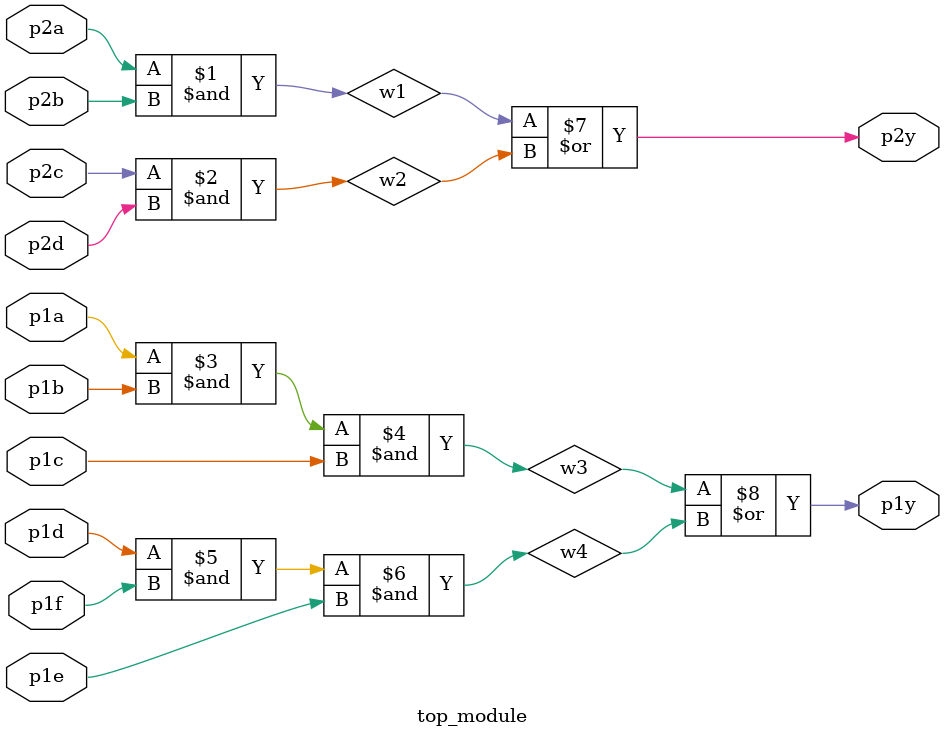
<source format=v>
module top_module ( 
    input p1a, p1b, p1c, p1d, p1e, p1f,
    output p1y,
    input p2a, p2b, p2c, p2d,
    output p2y );

    wire w1,w2,w3,w4;
    assign w1 = p2a& p2b;
    assign w2 = p2c& p2d;
    assign w3 = p1a & p1b & p1c;
    assign w4 = p1d & p1f & p1e;
    assign p2y = w1 | w2;
    assign p1y = w3 | w4;

endmodule
</source>
